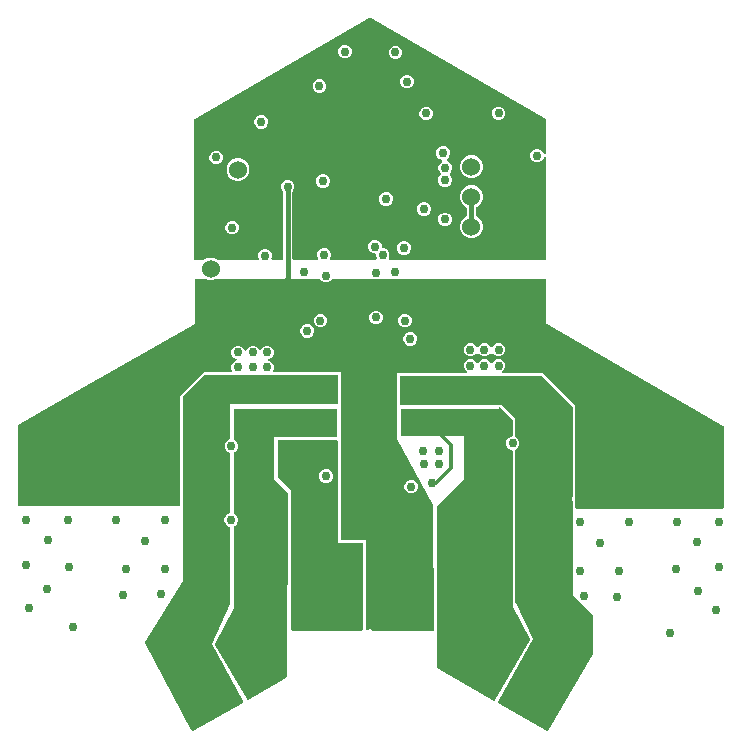
<source format=gbr>
G04 EAGLE Gerber RS-274X export*
G75*
%MOMM*%
%FSLAX34Y34*%
%LPD*%
%INCopper Layer 15*%
%IPPOS*%
%AMOC8*
5,1,8,0,0,1.08239X$1,22.5*%
G01*
%ADD10C,1.530000*%
%ADD11C,1.524000*%
%ADD12C,1.981200*%
%ADD13C,0.756400*%
%ADD14C,0.406400*%
%ADD15C,0.304800*%

G36*
X53103Y-861D02*
X53103Y-861D01*
X53126Y-863D01*
X53223Y-841D01*
X53322Y-825D01*
X53343Y-814D01*
X53365Y-809D01*
X53451Y-756D01*
X53540Y-710D01*
X53556Y-693D01*
X53575Y-681D01*
X53640Y-604D01*
X53709Y-531D01*
X53719Y-510D01*
X53734Y-492D01*
X53770Y-399D01*
X53813Y-308D01*
X53815Y-285D01*
X53824Y-264D01*
X53841Y-97D01*
X52933Y105174D01*
X52916Y105272D01*
X52906Y105371D01*
X52895Y105399D01*
X52891Y105417D01*
X52876Y105446D01*
X52843Y105527D01*
X22986Y161322D01*
X22986Y217520D01*
X81188Y217520D01*
X81258Y217532D01*
X81330Y217533D01*
X81379Y217551D01*
X81430Y217560D01*
X81494Y217593D01*
X81561Y217618D01*
X81602Y217650D01*
X81648Y217675D01*
X81697Y217727D01*
X81753Y217772D01*
X81781Y217815D01*
X81817Y217853D01*
X81847Y217918D01*
X81886Y217979D01*
X81899Y218029D01*
X81921Y218076D01*
X81929Y218148D01*
X81946Y218217D01*
X81942Y218269D01*
X81948Y218321D01*
X81933Y218391D01*
X81927Y218462D01*
X81907Y218510D01*
X81896Y218561D01*
X81859Y218623D01*
X81831Y218689D01*
X81786Y218745D01*
X81769Y218772D01*
X81752Y218787D01*
X81726Y218820D01*
X80002Y220544D01*
X79117Y222681D01*
X79117Y224994D01*
X80002Y227131D01*
X81637Y228767D01*
X83775Y229652D01*
X86088Y229652D01*
X88225Y228767D01*
X89861Y227131D01*
X90181Y226358D01*
X90219Y226297D01*
X90248Y226232D01*
X90283Y226193D01*
X90311Y226149D01*
X90366Y226103D01*
X90414Y226050D01*
X90460Y226025D01*
X90500Y225992D01*
X90567Y225966D01*
X90630Y225932D01*
X90681Y225923D01*
X90730Y225904D01*
X90801Y225901D01*
X90872Y225888D01*
X90923Y225896D01*
X90975Y225893D01*
X91044Y225913D01*
X91115Y225924D01*
X91162Y225948D01*
X91212Y225962D01*
X91271Y226003D01*
X91335Y226035D01*
X91371Y226073D01*
X91414Y226102D01*
X91457Y226160D01*
X91507Y226211D01*
X91541Y226274D01*
X91561Y226300D01*
X91568Y226322D01*
X91588Y226358D01*
X91908Y227131D01*
X93544Y228767D01*
X95681Y229652D01*
X97994Y229652D01*
X100131Y228767D01*
X101767Y227131D01*
X102087Y226358D01*
X102125Y226297D01*
X102154Y226232D01*
X102189Y226193D01*
X102217Y226149D01*
X102272Y226103D01*
X102321Y226050D01*
X102366Y226025D01*
X102406Y225992D01*
X102473Y225966D01*
X102536Y225932D01*
X102587Y225923D01*
X102636Y225904D01*
X102708Y225901D01*
X102778Y225888D01*
X102830Y225896D01*
X102882Y225893D01*
X102951Y225913D01*
X103022Y225924D01*
X103068Y225948D01*
X103118Y225962D01*
X103177Y226003D01*
X103241Y226035D01*
X103277Y226073D01*
X103320Y226102D01*
X103363Y226160D01*
X103413Y226211D01*
X103448Y226274D01*
X103467Y226300D01*
X103474Y226322D01*
X103494Y226358D01*
X103814Y227131D01*
X105450Y228767D01*
X107587Y229652D01*
X109900Y229652D01*
X112038Y228767D01*
X113673Y227131D01*
X114558Y224994D01*
X114558Y222681D01*
X113673Y220544D01*
X111949Y218820D01*
X111907Y218761D01*
X111858Y218709D01*
X111836Y218662D01*
X111806Y218620D01*
X111784Y218551D01*
X111754Y218486D01*
X111749Y218435D01*
X111733Y218385D01*
X111735Y218313D01*
X111727Y218242D01*
X111738Y218191D01*
X111740Y218139D01*
X111764Y218072D01*
X111779Y218001D01*
X111806Y217957D01*
X111824Y217908D01*
X111869Y217852D01*
X111906Y217790D01*
X111945Y217756D01*
X111978Y217716D01*
X112038Y217677D01*
X112092Y217630D01*
X112141Y217611D01*
X112185Y217583D01*
X112254Y217565D01*
X112321Y217538D01*
X112392Y217531D01*
X112423Y217523D01*
X112446Y217525D01*
X112487Y217520D01*
X146528Y217520D01*
X173864Y190185D01*
X173864Y103188D01*
X173867Y103168D01*
X173865Y103148D01*
X173887Y103047D01*
X173904Y102945D01*
X173913Y102927D01*
X173917Y102908D01*
X173970Y102819D01*
X174019Y102727D01*
X174033Y102714D01*
X174043Y102697D01*
X174122Y102629D01*
X174197Y102558D01*
X174215Y102550D01*
X174230Y102537D01*
X174326Y102498D01*
X174420Y102454D01*
X174440Y102452D01*
X174458Y102445D01*
X174625Y102426D01*
X298503Y102426D01*
X298522Y102429D01*
X298542Y102427D01*
X298643Y102449D01*
X298746Y102466D01*
X298763Y102475D01*
X298783Y102480D01*
X298872Y102533D01*
X298963Y102581D01*
X298977Y102596D01*
X298994Y102606D01*
X299061Y102684D01*
X299132Y102759D01*
X299141Y102777D01*
X299154Y102793D01*
X299192Y102889D01*
X299236Y102983D01*
X299238Y103002D01*
X299246Y103021D01*
X299264Y103188D01*
X299264Y172243D01*
X299253Y172310D01*
X299252Y172378D01*
X299233Y172431D01*
X299224Y172486D01*
X299193Y172546D01*
X299170Y172610D01*
X299135Y172654D01*
X299109Y172704D01*
X299060Y172750D01*
X299019Y172803D01*
X298955Y172850D01*
X298931Y172873D01*
X298912Y172882D01*
X298883Y172903D01*
X149993Y258862D01*
X149886Y258903D01*
X149779Y258946D01*
X149769Y258947D01*
X149763Y258949D01*
X149741Y258950D01*
X149718Y258952D01*
X149626Y259044D01*
X149613Y259053D01*
X149604Y259066D01*
X149468Y259165D01*
X149348Y259234D01*
X149348Y259235D01*
X149303Y259341D01*
X149296Y259349D01*
X149294Y259355D01*
X149279Y259372D01*
X149264Y259390D01*
X149264Y259519D01*
X149261Y259535D01*
X149263Y259550D01*
X149238Y259716D01*
X149202Y259850D01*
X149202Y259851D01*
X149246Y259958D01*
X149247Y259968D01*
X149249Y259974D01*
X149250Y259997D01*
X149264Y260125D01*
X149264Y296069D01*
X149261Y296088D01*
X149263Y296108D01*
X149241Y296209D01*
X149224Y296312D01*
X149215Y296329D01*
X149211Y296349D01*
X149158Y296438D01*
X149109Y296529D01*
X149095Y296543D01*
X149085Y296560D01*
X149006Y296627D01*
X148931Y296698D01*
X148913Y296707D01*
X148898Y296720D01*
X148801Y296758D01*
X148708Y296802D01*
X148688Y296804D01*
X148669Y296812D01*
X148503Y296830D01*
X-31975Y296830D01*
X-32065Y296815D01*
X-32156Y296808D01*
X-32186Y296796D01*
X-32218Y296790D01*
X-32299Y296748D01*
X-32382Y296712D01*
X-32415Y296686D01*
X-32435Y296675D01*
X-32457Y296652D01*
X-32513Y296607D01*
X-34012Y295108D01*
X-36150Y294223D01*
X-38463Y294223D01*
X-40600Y295108D01*
X-42099Y296607D01*
X-42173Y296660D01*
X-42242Y296720D01*
X-42273Y296732D01*
X-42299Y296751D01*
X-42386Y296777D01*
X-42471Y296812D01*
X-42512Y296816D01*
X-42534Y296823D01*
X-42566Y296822D01*
X-42637Y296830D01*
X-130641Y296830D01*
X-130706Y296819D01*
X-130772Y296819D01*
X-130852Y296796D01*
X-130884Y296790D01*
X-130901Y296781D01*
X-130933Y296772D01*
X-133012Y295911D01*
X-136863Y295911D01*
X-138942Y296772D01*
X-139006Y296787D01*
X-139067Y296812D01*
X-139150Y296821D01*
X-139182Y296828D01*
X-139201Y296826D01*
X-139234Y296830D01*
X-147638Y296830D01*
X-147657Y296827D01*
X-147677Y296829D01*
X-147778Y296807D01*
X-147880Y296790D01*
X-147898Y296781D01*
X-147917Y296777D01*
X-148006Y296724D01*
X-148098Y296675D01*
X-148111Y296661D01*
X-148128Y296651D01*
X-148196Y296572D01*
X-148267Y296497D01*
X-148275Y296479D01*
X-148288Y296464D01*
X-148327Y296367D01*
X-148371Y296274D01*
X-148373Y296254D01*
X-148380Y296235D01*
X-148399Y296069D01*
X-148399Y259204D01*
X-242666Y205337D01*
X-242667Y205336D01*
X-242669Y205336D01*
X-298037Y173370D01*
X-298089Y173327D01*
X-298147Y173292D01*
X-298184Y173250D01*
X-298227Y173214D01*
X-298263Y173157D01*
X-298307Y173105D01*
X-298328Y173053D01*
X-298358Y173006D01*
X-298374Y172940D01*
X-298376Y172934D01*
X-298389Y172906D01*
X-298390Y172900D01*
X-298399Y172877D01*
X-298408Y172799D01*
X-298415Y172767D01*
X-298414Y172746D01*
X-298418Y172711D01*
X-298418Y105569D01*
X-298414Y105549D01*
X-298416Y105529D01*
X-298394Y105428D01*
X-298378Y105326D01*
X-298368Y105308D01*
X-298364Y105289D01*
X-298311Y105200D01*
X-298263Y105109D01*
X-298248Y105095D01*
X-298238Y105078D01*
X-298159Y105010D01*
X-298084Y104939D01*
X-298066Y104931D01*
X-298051Y104918D01*
X-297955Y104879D01*
X-297861Y104836D01*
X-297842Y104833D01*
X-297823Y104826D01*
X-297656Y104808D01*
X-161925Y104808D01*
X-161905Y104811D01*
X-161886Y104809D01*
X-161784Y104831D01*
X-161682Y104847D01*
X-161665Y104857D01*
X-161645Y104861D01*
X-161556Y104914D01*
X-161465Y104962D01*
X-161451Y104977D01*
X-161434Y104987D01*
X-161367Y105066D01*
X-161296Y105141D01*
X-161287Y105159D01*
X-161274Y105174D01*
X-161235Y105270D01*
X-161192Y105364D01*
X-161190Y105384D01*
X-161182Y105402D01*
X-161164Y105569D01*
X-161164Y198122D01*
X-140972Y218314D01*
X-117721Y218314D01*
X-117676Y218321D01*
X-117630Y218319D01*
X-117555Y218341D01*
X-117479Y218354D01*
X-117438Y218375D01*
X-117394Y218388D01*
X-117330Y218432D01*
X-117261Y218469D01*
X-117230Y218502D01*
X-117192Y218528D01*
X-117145Y218591D01*
X-117092Y218647D01*
X-117073Y218689D01*
X-117045Y218725D01*
X-117021Y218799D01*
X-116988Y218870D01*
X-116983Y218916D01*
X-116969Y218959D01*
X-116970Y219037D01*
X-116961Y219114D01*
X-116971Y219159D01*
X-116971Y219205D01*
X-117009Y219337D01*
X-117013Y219355D01*
X-117016Y219359D01*
X-117018Y219366D01*
X-117733Y221093D01*
X-117733Y223407D01*
X-116848Y225544D01*
X-115213Y227179D01*
X-113481Y227897D01*
X-113420Y227935D01*
X-113355Y227964D01*
X-113316Y227999D01*
X-113272Y228026D01*
X-113226Y228082D01*
X-113173Y228130D01*
X-113148Y228176D01*
X-113115Y228216D01*
X-113089Y228283D01*
X-113055Y228346D01*
X-113046Y228397D01*
X-113027Y228445D01*
X-113024Y228517D01*
X-113011Y228588D01*
X-113019Y228639D01*
X-113017Y228691D01*
X-113037Y228760D01*
X-113047Y228831D01*
X-113071Y228877D01*
X-113085Y228927D01*
X-113126Y228986D01*
X-113158Y229050D01*
X-113196Y229087D01*
X-113225Y229129D01*
X-113283Y229172D01*
X-113334Y229222D01*
X-113397Y229257D01*
X-113423Y229276D01*
X-113445Y229283D01*
X-113481Y229303D01*
X-115213Y230021D01*
X-116848Y231656D01*
X-117733Y233793D01*
X-117733Y236107D01*
X-116848Y238244D01*
X-115213Y239879D01*
X-113075Y240765D01*
X-110762Y240765D01*
X-108625Y239879D01*
X-106989Y238244D01*
X-106272Y236512D01*
X-106234Y236451D01*
X-106205Y236386D01*
X-106170Y236348D01*
X-106142Y236303D01*
X-106087Y236257D01*
X-106039Y236205D01*
X-105993Y236180D01*
X-105953Y236146D01*
X-105886Y236121D01*
X-105823Y236086D01*
X-105772Y236077D01*
X-105723Y236058D01*
X-105652Y236055D01*
X-105581Y236042D01*
X-105530Y236050D01*
X-105478Y236048D01*
X-105409Y236068D01*
X-105338Y236078D01*
X-105291Y236102D01*
X-105241Y236116D01*
X-105183Y236157D01*
X-105119Y236190D01*
X-105082Y236227D01*
X-105039Y236257D01*
X-104997Y236314D01*
X-104946Y236365D01*
X-104912Y236428D01*
X-104893Y236454D01*
X-104885Y236476D01*
X-104865Y236512D01*
X-104148Y238244D01*
X-102513Y239879D01*
X-100375Y240765D01*
X-98062Y240765D01*
X-95925Y239879D01*
X-94289Y238244D01*
X-93969Y237470D01*
X-93931Y237410D01*
X-93902Y237344D01*
X-93867Y237306D01*
X-93839Y237261D01*
X-93784Y237216D01*
X-93736Y237163D01*
X-93690Y237138D01*
X-93650Y237105D01*
X-93583Y237079D01*
X-93520Y237044D01*
X-93469Y237035D01*
X-93420Y237016D01*
X-93349Y237013D01*
X-93278Y237001D01*
X-93226Y237008D01*
X-93174Y237006D01*
X-93106Y237026D01*
X-93035Y237036D01*
X-92988Y237060D01*
X-92938Y237075D01*
X-92879Y237115D01*
X-92815Y237148D01*
X-92779Y237185D01*
X-92736Y237215D01*
X-92693Y237272D01*
X-92643Y237324D01*
X-92609Y237386D01*
X-92589Y237412D01*
X-92582Y237434D01*
X-92562Y237470D01*
X-92242Y238244D01*
X-90606Y239879D01*
X-88469Y240765D01*
X-86156Y240765D01*
X-84019Y239879D01*
X-82383Y238244D01*
X-81498Y236107D01*
X-81498Y233793D01*
X-82383Y231656D01*
X-84019Y230021D01*
X-85750Y229303D01*
X-85811Y229265D01*
X-85877Y229236D01*
X-85915Y229201D01*
X-85959Y229174D01*
X-86005Y229118D01*
X-86058Y229070D01*
X-86083Y229024D01*
X-86116Y228984D01*
X-86142Y228917D01*
X-86176Y228854D01*
X-86186Y228803D01*
X-86204Y228755D01*
X-86207Y228683D01*
X-86220Y228612D01*
X-86212Y228561D01*
X-86215Y228509D01*
X-86195Y228440D01*
X-86184Y228369D01*
X-86161Y228323D01*
X-86146Y228273D01*
X-86105Y228214D01*
X-86073Y228150D01*
X-86036Y228113D01*
X-86006Y228071D01*
X-85948Y228028D01*
X-85897Y227978D01*
X-85834Y227943D01*
X-85809Y227924D01*
X-85786Y227917D01*
X-85750Y227897D01*
X-84019Y227179D01*
X-82383Y225544D01*
X-81498Y223407D01*
X-81498Y221093D01*
X-82213Y219366D01*
X-82224Y219322D01*
X-82243Y219280D01*
X-82252Y219203D01*
X-82269Y219127D01*
X-82265Y219081D01*
X-82270Y219036D01*
X-82254Y218959D01*
X-82246Y218882D01*
X-82228Y218840D01*
X-82218Y218795D01*
X-82178Y218728D01*
X-82146Y218657D01*
X-82115Y218623D01*
X-82092Y218584D01*
X-82033Y218534D01*
X-81980Y218476D01*
X-81940Y218454D01*
X-81905Y218424D01*
X-81832Y218395D01*
X-81764Y218358D01*
X-81719Y218349D01*
X-81677Y218332D01*
X-81541Y218317D01*
X-81522Y218314D01*
X-81517Y218315D01*
X-81510Y218314D01*
X-24574Y218314D01*
X-24574Y76994D01*
X-24571Y76974D01*
X-24573Y76954D01*
X-24551Y76853D01*
X-24534Y76751D01*
X-24525Y76733D01*
X-24520Y76714D01*
X-24467Y76625D01*
X-24419Y76534D01*
X-24405Y76520D01*
X-24394Y76503D01*
X-24316Y76435D01*
X-24241Y76364D01*
X-24223Y76356D01*
X-24207Y76343D01*
X-24111Y76304D01*
X-24018Y76261D01*
X-23998Y76258D01*
X-23979Y76251D01*
X-23813Y76233D01*
X-3143Y76233D01*
X-3143Y284D01*
X-3127Y190D01*
X-3119Y95D01*
X-3107Y69D01*
X-3103Y41D01*
X-3058Y-43D01*
X-3020Y-131D01*
X-3001Y-152D01*
X-2988Y-177D01*
X-2919Y-242D01*
X-2854Y-313D01*
X-2830Y-326D01*
X-2809Y-346D01*
X-2723Y-386D01*
X-2640Y-432D01*
X-2612Y-438D01*
X-2586Y-450D01*
X-2492Y-460D01*
X-2398Y-477D01*
X-2370Y-473D01*
X-2342Y-477D01*
X-2249Y-456D01*
X-2154Y-443D01*
X-2122Y-429D01*
X-2101Y-424D01*
X-2073Y-407D01*
X-2001Y-376D01*
X-710Y369D01*
X-621Y442D01*
X-531Y513D01*
X-525Y521D01*
X-520Y525D01*
X-508Y544D01*
X-495Y563D01*
X-369Y596D01*
X-355Y603D01*
X-339Y605D01*
X-186Y672D01*
X-65Y742D01*
X-64Y741D01*
X50Y728D01*
X60Y729D01*
X66Y728D01*
X88Y733D01*
X111Y737D01*
X223Y672D01*
X238Y667D01*
X251Y657D01*
X407Y596D01*
X541Y560D01*
X542Y559D01*
X613Y469D01*
X621Y463D01*
X625Y458D01*
X644Y446D01*
X748Y369D01*
X2708Y-762D01*
X2815Y-803D01*
X2922Y-846D01*
X2932Y-847D01*
X2938Y-849D01*
X2960Y-850D01*
X3089Y-864D01*
X53080Y-864D01*
X53103Y-861D01*
G37*
G36*
X-141596Y313068D02*
X-141596Y313068D01*
X-141497Y313071D01*
X-141439Y313088D01*
X-141379Y313096D01*
X-141287Y313132D01*
X-141192Y313160D01*
X-141140Y313190D01*
X-141083Y313213D01*
X-141003Y313271D01*
X-140918Y313321D01*
X-140843Y313387D01*
X-140826Y313399D01*
X-140818Y313409D01*
X-140797Y313428D01*
X-140422Y313802D01*
X-136864Y315276D01*
X-133011Y315276D01*
X-129453Y313802D01*
X-129078Y313428D01*
X-129000Y313367D01*
X-128927Y313299D01*
X-128874Y313270D01*
X-128827Y313233D01*
X-128736Y313193D01*
X-128649Y313145D01*
X-128590Y313130D01*
X-128535Y313106D01*
X-128437Y313091D01*
X-128341Y313066D01*
X-128241Y313060D01*
X-128221Y313056D01*
X-128208Y313058D01*
X-128180Y313056D01*
X-95516Y313056D01*
X-95467Y313062D01*
X-95417Y313060D01*
X-95310Y313082D01*
X-95201Y313096D01*
X-95155Y313114D01*
X-95106Y313124D01*
X-95007Y313172D01*
X-94905Y313213D01*
X-94865Y313242D01*
X-94820Y313264D01*
X-94737Y313335D01*
X-94648Y313399D01*
X-94616Y313438D01*
X-94578Y313470D01*
X-94515Y313560D01*
X-94445Y313644D01*
X-94424Y313689D01*
X-94395Y313730D01*
X-94356Y313833D01*
X-94310Y313932D01*
X-94300Y313981D01*
X-94283Y314027D01*
X-94270Y314137D01*
X-94250Y314245D01*
X-94253Y314294D01*
X-94247Y314343D01*
X-94263Y314452D01*
X-94269Y314562D01*
X-94285Y314609D01*
X-94292Y314658D01*
X-94344Y314811D01*
X-94731Y315744D01*
X-94731Y318058D01*
X-93845Y320195D01*
X-92210Y321831D01*
X-90072Y322716D01*
X-87759Y322716D01*
X-85622Y321831D01*
X-83986Y320195D01*
X-83101Y318058D01*
X-83101Y315744D01*
X-83488Y314811D01*
X-83501Y314763D01*
X-83522Y314718D01*
X-83543Y314610D01*
X-83572Y314504D01*
X-83572Y314454D01*
X-83582Y314406D01*
X-83575Y314296D01*
X-83577Y314186D01*
X-83565Y314138D01*
X-83562Y314088D01*
X-83528Y313984D01*
X-83503Y313877D01*
X-83479Y313833D01*
X-83464Y313786D01*
X-83405Y313693D01*
X-83354Y313596D01*
X-83320Y313559D01*
X-83294Y313517D01*
X-83214Y313442D01*
X-83140Y313360D01*
X-83098Y313333D01*
X-83062Y313299D01*
X-82966Y313246D01*
X-82874Y313186D01*
X-82827Y313169D01*
X-82784Y313145D01*
X-82677Y313118D01*
X-82573Y313082D01*
X-82524Y313078D01*
X-82476Y313066D01*
X-82315Y313056D01*
X-75184Y313056D01*
X-75066Y313071D01*
X-74947Y313078D01*
X-74909Y313091D01*
X-74868Y313096D01*
X-74758Y313139D01*
X-74645Y313176D01*
X-74610Y313198D01*
X-74573Y313213D01*
X-74477Y313283D01*
X-74376Y313346D01*
X-74348Y313376D01*
X-74315Y313399D01*
X-74239Y313491D01*
X-74158Y313578D01*
X-74138Y313613D01*
X-74113Y313644D01*
X-74062Y313752D01*
X-74004Y313856D01*
X-73994Y313896D01*
X-73977Y313932D01*
X-73955Y314049D01*
X-73925Y314164D01*
X-73921Y314225D01*
X-73917Y314245D01*
X-73919Y314265D01*
X-73915Y314325D01*
X-73915Y370759D01*
X-73927Y370858D01*
X-73930Y370957D01*
X-73947Y371015D01*
X-73955Y371075D01*
X-73991Y371167D01*
X-74019Y371262D01*
X-74049Y371314D01*
X-74072Y371371D01*
X-74130Y371451D01*
X-74180Y371536D01*
X-74246Y371612D01*
X-74258Y371628D01*
X-74268Y371636D01*
X-74286Y371657D01*
X-74780Y372150D01*
X-75665Y374287D01*
X-75665Y376600D01*
X-74780Y378738D01*
X-73144Y380373D01*
X-71007Y381258D01*
X-68693Y381258D01*
X-66556Y380373D01*
X-64920Y378738D01*
X-64035Y376600D01*
X-64035Y374287D01*
X-64920Y372150D01*
X-65414Y371657D01*
X-65474Y371579D01*
X-65542Y371507D01*
X-65571Y371454D01*
X-65608Y371406D01*
X-65648Y371315D01*
X-65696Y371228D01*
X-65711Y371170D01*
X-65735Y371114D01*
X-65750Y371016D01*
X-65775Y370920D01*
X-65781Y370820D01*
X-65785Y370800D01*
X-65783Y370787D01*
X-65785Y370759D01*
X-65785Y314325D01*
X-65770Y314207D01*
X-65763Y314088D01*
X-65750Y314050D01*
X-65745Y314009D01*
X-65702Y313899D01*
X-65665Y313786D01*
X-65643Y313751D01*
X-65628Y313714D01*
X-65559Y313618D01*
X-65495Y313517D01*
X-65465Y313489D01*
X-65442Y313456D01*
X-65350Y313381D01*
X-65263Y313299D01*
X-65228Y313279D01*
X-65197Y313254D01*
X-65089Y313203D01*
X-64985Y313145D01*
X-64945Y313135D01*
X-64909Y313118D01*
X-64792Y313096D01*
X-64677Y313066D01*
X-64617Y313062D01*
X-64597Y313058D01*
X-64576Y313060D01*
X-64516Y313056D01*
X-45246Y313056D01*
X-45197Y313062D01*
X-45147Y313060D01*
X-45040Y313082D01*
X-44931Y313096D01*
X-44884Y313114D01*
X-44836Y313124D01*
X-44737Y313172D01*
X-44635Y313213D01*
X-44595Y313242D01*
X-44550Y313264D01*
X-44467Y313335D01*
X-44378Y313399D01*
X-44346Y313438D01*
X-44308Y313470D01*
X-44245Y313560D01*
X-44175Y313644D01*
X-44154Y313689D01*
X-44125Y313730D01*
X-44086Y313833D01*
X-44039Y313932D01*
X-44030Y313981D01*
X-44012Y314027D01*
X-44000Y314137D01*
X-43980Y314245D01*
X-43983Y314294D01*
X-43977Y314343D01*
X-43993Y314452D01*
X-43999Y314562D01*
X-44015Y314609D01*
X-44022Y314658D01*
X-44074Y314811D01*
X-44708Y316343D01*
X-44708Y318657D01*
X-43823Y320794D01*
X-42188Y322430D01*
X-40050Y323315D01*
X-37737Y323315D01*
X-35600Y322430D01*
X-33964Y320794D01*
X-33079Y318657D01*
X-33079Y316343D01*
X-33714Y314811D01*
X-33727Y314763D01*
X-33748Y314718D01*
X-33769Y314610D01*
X-33798Y314504D01*
X-33799Y314454D01*
X-33808Y314406D01*
X-33801Y314296D01*
X-33803Y314186D01*
X-33791Y314138D01*
X-33788Y314088D01*
X-33754Y313984D01*
X-33729Y313877D01*
X-33705Y313833D01*
X-33690Y313786D01*
X-33631Y313693D01*
X-33580Y313596D01*
X-33547Y313559D01*
X-33520Y313517D01*
X-33440Y313442D01*
X-33366Y313360D01*
X-33325Y313333D01*
X-33288Y313299D01*
X-33192Y313246D01*
X-33100Y313186D01*
X-33053Y313169D01*
X-33010Y313145D01*
X-32904Y313118D01*
X-32800Y313082D01*
X-32750Y313078D01*
X-32702Y313066D01*
X-32541Y313056D01*
X4318Y313056D01*
X4367Y313062D01*
X4417Y313060D01*
X4524Y313082D01*
X4634Y313096D01*
X4680Y313114D01*
X4728Y313124D01*
X4827Y313172D01*
X4929Y313213D01*
X4969Y313242D01*
X5014Y313264D01*
X5098Y313335D01*
X5187Y313399D01*
X5218Y313438D01*
X5256Y313470D01*
X5319Y313560D01*
X5389Y313644D01*
X5411Y313689D01*
X5439Y313730D01*
X5478Y313833D01*
X5525Y313932D01*
X5534Y313981D01*
X5552Y314027D01*
X5564Y314137D01*
X5585Y314245D01*
X5582Y314294D01*
X5587Y314343D01*
X5572Y314452D01*
X5565Y314562D01*
X5550Y314609D01*
X5543Y314658D01*
X5491Y314811D01*
X4775Y316538D01*
X4775Y317560D01*
X4760Y317678D01*
X4753Y317797D01*
X4741Y317835D01*
X4735Y317875D01*
X4692Y317986D01*
X4655Y318099D01*
X4633Y318133D01*
X4618Y318171D01*
X4549Y318267D01*
X4485Y318368D01*
X4455Y318396D01*
X4432Y318428D01*
X4340Y318504D01*
X4253Y318586D01*
X4218Y318605D01*
X4187Y318631D01*
X4079Y318682D01*
X3975Y318739D01*
X3935Y318749D01*
X3899Y318767D01*
X3782Y318789D01*
X3667Y318819D01*
X3607Y318823D01*
X3587Y318826D01*
X3566Y318825D01*
X3506Y318829D01*
X2812Y318829D01*
X675Y319714D01*
X-961Y321350D01*
X-1846Y323487D01*
X-1846Y325800D01*
X-961Y327938D01*
X675Y329573D01*
X2812Y330458D01*
X5125Y330458D01*
X7263Y329573D01*
X8898Y327938D01*
X9783Y325800D01*
X9783Y324778D01*
X9798Y324660D01*
X9806Y324541D01*
X9818Y324503D01*
X9823Y324463D01*
X9867Y324352D01*
X9904Y324239D01*
X9925Y324205D01*
X9940Y324167D01*
X10010Y324071D01*
X10074Y323970D01*
X10103Y323942D01*
X10127Y323910D01*
X10219Y323834D01*
X10306Y323752D01*
X10341Y323733D01*
X10372Y323707D01*
X10480Y323656D01*
X10584Y323599D01*
X10623Y323589D01*
X10660Y323571D01*
X10777Y323549D01*
X10892Y323519D01*
X10952Y323515D01*
X10972Y323512D01*
X10993Y323513D01*
X11053Y323509D01*
X11747Y323509D01*
X13884Y322624D01*
X15520Y320988D01*
X16405Y318851D01*
X16405Y316538D01*
X15689Y314811D01*
X15676Y314763D01*
X15655Y314718D01*
X15635Y314610D01*
X15606Y314504D01*
X15605Y314454D01*
X15595Y314406D01*
X15602Y314296D01*
X15600Y314186D01*
X15612Y314138D01*
X15615Y314088D01*
X15649Y313984D01*
X15675Y313877D01*
X15698Y313833D01*
X15713Y313786D01*
X15772Y313693D01*
X15823Y313596D01*
X15857Y313559D01*
X15883Y313517D01*
X15963Y313442D01*
X16037Y313360D01*
X16079Y313333D01*
X16115Y313299D01*
X16211Y313246D01*
X16303Y313186D01*
X16350Y313169D01*
X16393Y313145D01*
X16500Y313118D01*
X16604Y313082D01*
X16653Y313078D01*
X16701Y313066D01*
X16862Y313056D01*
X147995Y313056D01*
X148113Y313071D01*
X148232Y313078D01*
X148270Y313091D01*
X148310Y313096D01*
X148421Y313139D01*
X148534Y313176D01*
X148568Y313198D01*
X148606Y313213D01*
X148702Y313283D01*
X148803Y313346D01*
X148831Y313376D01*
X148863Y313399D01*
X148939Y313491D01*
X149021Y313578D01*
X149040Y313613D01*
X149066Y313644D01*
X149117Y313752D01*
X149174Y313856D01*
X149184Y313896D01*
X149202Y313932D01*
X149224Y314049D01*
X149254Y314164D01*
X149258Y314225D01*
X149261Y314245D01*
X149260Y314265D01*
X149264Y314325D01*
X149264Y399319D01*
X149255Y399388D01*
X149256Y399458D01*
X149235Y399545D01*
X149224Y399634D01*
X149198Y399699D01*
X149182Y399767D01*
X149140Y399847D01*
X149107Y399930D01*
X149066Y399987D01*
X149034Y400048D01*
X148973Y400115D01*
X148920Y400188D01*
X148867Y400232D01*
X148820Y400284D01*
X148745Y400333D01*
X148675Y400390D01*
X148612Y400420D01*
X148554Y400458D01*
X148469Y400488D01*
X148388Y400526D01*
X148319Y400539D01*
X148253Y400562D01*
X148163Y400569D01*
X148075Y400586D01*
X148006Y400581D01*
X147936Y400587D01*
X147848Y400571D01*
X147758Y400566D01*
X147692Y400544D01*
X147623Y400532D01*
X147541Y400496D01*
X147455Y400468D01*
X147396Y400431D01*
X147333Y400402D01*
X147263Y400346D01*
X147187Y400298D01*
X147139Y400247D01*
X147084Y400203D01*
X147030Y400131D01*
X146969Y400066D01*
X146935Y400005D01*
X146893Y399949D01*
X146822Y399805D01*
X146217Y398344D01*
X144581Y396708D01*
X142444Y395823D01*
X140131Y395823D01*
X137994Y396708D01*
X136358Y398344D01*
X135473Y400481D01*
X135473Y402794D01*
X136358Y404931D01*
X137994Y406567D01*
X140131Y407452D01*
X142444Y407452D01*
X144581Y406567D01*
X146217Y404931D01*
X146822Y403470D01*
X146857Y403410D01*
X146882Y403345D01*
X146935Y403272D01*
X146980Y403194D01*
X147028Y403144D01*
X147069Y403087D01*
X147138Y403030D01*
X147201Y402966D01*
X147260Y402929D01*
X147314Y402885D01*
X147396Y402846D01*
X147472Y402799D01*
X147539Y402779D01*
X147602Y402749D01*
X147690Y402732D01*
X147776Y402706D01*
X147846Y402702D01*
X147914Y402689D01*
X148004Y402695D01*
X148094Y402691D01*
X148162Y402705D01*
X148232Y402709D01*
X148317Y402737D01*
X148405Y402755D01*
X148468Y402786D01*
X148534Y402807D01*
X148610Y402855D01*
X148691Y402895D01*
X148744Y402940D01*
X148803Y402977D01*
X148864Y403043D01*
X148933Y403101D01*
X148973Y403158D01*
X149021Y403209D01*
X149064Y403288D01*
X149116Y403361D01*
X149141Y403426D01*
X149174Y403487D01*
X149197Y403574D01*
X149229Y403658D01*
X149236Y403728D01*
X149254Y403795D01*
X149264Y403956D01*
X149264Y431750D01*
X149251Y431855D01*
X149246Y431961D01*
X149231Y432012D01*
X149224Y432066D01*
X149185Y432164D01*
X149155Y432265D01*
X149127Y432311D01*
X149107Y432361D01*
X149045Y432447D01*
X148990Y432537D01*
X148952Y432575D01*
X148920Y432619D01*
X148839Y432686D01*
X148763Y432760D01*
X148692Y432808D01*
X148675Y432822D01*
X148661Y432828D01*
X148629Y432849D01*
X661Y518276D01*
X564Y518317D01*
X470Y518366D01*
X418Y518379D01*
X368Y518400D01*
X264Y518415D01*
X161Y518439D01*
X107Y518438D01*
X54Y518446D01*
X-52Y518435D01*
X-157Y518433D01*
X-209Y518418D01*
X-263Y518413D01*
X-362Y518376D01*
X-464Y518348D01*
X-540Y518310D01*
X-561Y518302D01*
X-574Y518293D01*
X-608Y518276D01*
X-148584Y432845D01*
X-148668Y432781D01*
X-148757Y432724D01*
X-148794Y432685D01*
X-148837Y432653D01*
X-148903Y432570D01*
X-148975Y432493D01*
X-149001Y432446D01*
X-149035Y432403D01*
X-149078Y432307D01*
X-149129Y432214D01*
X-149142Y432162D01*
X-149164Y432113D01*
X-149182Y432008D01*
X-149208Y431906D01*
X-149214Y431821D01*
X-149217Y431799D01*
X-149216Y431784D01*
X-149219Y431746D01*
X-149219Y314325D01*
X-149204Y314207D01*
X-149196Y314088D01*
X-149184Y314050D01*
X-149179Y314009D01*
X-149135Y313899D01*
X-149098Y313786D01*
X-149077Y313751D01*
X-149062Y313714D01*
X-148992Y313618D01*
X-148928Y313517D01*
X-148899Y313489D01*
X-148875Y313456D01*
X-148783Y313381D01*
X-148696Y313299D01*
X-148661Y313279D01*
X-148630Y313254D01*
X-148522Y313203D01*
X-148418Y313145D01*
X-148379Y313135D01*
X-148342Y313118D01*
X-148225Y313096D01*
X-148110Y313066D01*
X-148050Y313062D01*
X-148030Y313058D01*
X-148009Y313060D01*
X-147949Y313056D01*
X-141695Y313056D01*
X-141596Y313068D01*
G37*
G36*
X150056Y-85684D02*
X150056Y-85684D01*
X150114Y-85686D01*
X150132Y-85681D01*
X150149Y-85681D01*
X150194Y-85665D01*
X150242Y-85658D01*
X150318Y-85626D01*
X150350Y-85616D01*
X150365Y-85606D01*
X150381Y-85600D01*
X150387Y-85596D01*
X150396Y-85592D01*
X150397Y-85591D01*
X150473Y-85530D01*
X150551Y-85475D01*
X150561Y-85461D01*
X150576Y-85450D01*
X150582Y-85441D01*
X150588Y-85437D01*
X150600Y-85417D01*
X150676Y-85315D01*
X188776Y-20228D01*
X188818Y-20120D01*
X188862Y-20010D01*
X188862Y-20003D01*
X188864Y-19999D01*
X188865Y-19981D01*
X188880Y-19844D01*
X188880Y11906D01*
X188865Y11996D01*
X188858Y12087D01*
X188846Y12117D01*
X188840Y12149D01*
X188798Y12230D01*
X188762Y12314D01*
X188736Y12346D01*
X188725Y12366D01*
X188702Y12389D01*
X188657Y12445D01*
X171418Y29684D01*
X171418Y109271D01*
X171407Y109336D01*
X171406Y109402D01*
X171383Y109482D01*
X171378Y109514D01*
X171369Y109531D01*
X171360Y109563D01*
X171192Y109968D01*
X171192Y112282D01*
X171360Y112687D01*
X171374Y112751D01*
X171399Y112812D01*
X171408Y112895D01*
X171416Y112927D01*
X171414Y112946D01*
X171418Y112979D01*
X171418Y188913D01*
X171403Y189003D01*
X171396Y189094D01*
X171383Y189123D01*
X171378Y189155D01*
X171335Y189236D01*
X171299Y189320D01*
X171274Y189352D01*
X171263Y189373D01*
X171239Y189395D01*
X171195Y189451D01*
X145795Y214851D01*
X145721Y214904D01*
X145651Y214963D01*
X145621Y214976D01*
X145595Y214994D01*
X145508Y215021D01*
X145423Y215055D01*
X145382Y215060D01*
X145360Y215067D01*
X145328Y215066D01*
X145256Y215074D01*
X26194Y215074D01*
X26174Y215071D01*
X26154Y215073D01*
X26053Y215051D01*
X25951Y215034D01*
X25933Y215025D01*
X25914Y215020D01*
X25825Y214967D01*
X25734Y214919D01*
X25720Y214905D01*
X25703Y214894D01*
X25635Y214816D01*
X25564Y214741D01*
X25556Y214723D01*
X25543Y214707D01*
X25504Y214611D01*
X25461Y214518D01*
X25458Y214498D01*
X25451Y214479D01*
X25433Y214313D01*
X25433Y191294D01*
X25436Y191274D01*
X25434Y191254D01*
X25456Y191153D01*
X25472Y191051D01*
X25482Y191033D01*
X25486Y191014D01*
X25539Y190925D01*
X25587Y190834D01*
X25602Y190820D01*
X25612Y190803D01*
X25691Y190735D01*
X25766Y190664D01*
X25784Y190656D01*
X25799Y190643D01*
X25895Y190604D01*
X25989Y190561D01*
X26009Y190558D01*
X26027Y190551D01*
X26194Y190533D01*
X111603Y190533D01*
X123064Y179072D01*
X123064Y163749D01*
X123083Y163634D01*
X123100Y163518D01*
X123103Y163512D01*
X123104Y163506D01*
X123158Y163403D01*
X123211Y163298D01*
X123216Y163294D01*
X123219Y163288D01*
X123303Y163208D01*
X123387Y163126D01*
X123393Y163123D01*
X123397Y163119D01*
X123414Y163111D01*
X123534Y163045D01*
X123919Y162886D01*
X125554Y161250D01*
X126440Y159113D01*
X126440Y156800D01*
X125554Y154662D01*
X123919Y153027D01*
X123534Y152867D01*
X123435Y152806D01*
X123334Y152746D01*
X123330Y152741D01*
X123325Y152738D01*
X123251Y152648D01*
X123174Y152559D01*
X123172Y152553D01*
X123168Y152548D01*
X123126Y152440D01*
X123082Y152331D01*
X123081Y152323D01*
X123080Y152319D01*
X123079Y152300D01*
X123064Y152164D01*
X123064Y23065D01*
X123078Y22979D01*
X123084Y22891D01*
X123099Y22848D01*
X123104Y22823D01*
X123118Y22795D01*
X123140Y22733D01*
X137987Y-7834D01*
X108088Y-60731D01*
X108083Y-60746D01*
X108073Y-60760D01*
X108040Y-60862D01*
X108004Y-60962D01*
X108003Y-60978D01*
X107998Y-60994D01*
X108000Y-61101D01*
X107997Y-61208D01*
X108002Y-61224D01*
X108002Y-61240D01*
X108037Y-61341D01*
X108069Y-61443D01*
X108078Y-61456D01*
X108084Y-61472D01*
X108150Y-61556D01*
X108212Y-61643D01*
X108225Y-61653D01*
X108235Y-61666D01*
X108371Y-61765D01*
X149638Y-85590D01*
X149656Y-85597D01*
X149669Y-85607D01*
X149713Y-85621D01*
X149757Y-85646D01*
X149814Y-85657D01*
X149868Y-85677D01*
X149887Y-85678D01*
X149903Y-85683D01*
X149950Y-85682D01*
X149999Y-85692D01*
X150056Y-85684D01*
G37*
G36*
X-149942Y-85684D02*
X-149942Y-85684D01*
X-149886Y-85686D01*
X-149821Y-85667D01*
X-149754Y-85657D01*
X-149682Y-85626D01*
X-149650Y-85616D01*
X-149633Y-85604D01*
X-149601Y-85590D01*
X-107758Y-61433D01*
X-107750Y-61426D01*
X-107739Y-61422D01*
X-107655Y-61349D01*
X-107568Y-61277D01*
X-107562Y-61268D01*
X-107553Y-61260D01*
X-107497Y-61164D01*
X-107437Y-61069D01*
X-107435Y-61058D01*
X-107429Y-61048D01*
X-107406Y-60939D01*
X-107380Y-60830D01*
X-107381Y-60818D01*
X-107379Y-60807D01*
X-107392Y-60696D01*
X-107402Y-60585D01*
X-107406Y-60574D01*
X-107408Y-60563D01*
X-107472Y-60408D01*
X-134085Y-11878D01*
X-118372Y21904D01*
X-118350Y21983D01*
X-118320Y22058D01*
X-118314Y22113D01*
X-118306Y22141D01*
X-118307Y22170D01*
X-118301Y22225D01*
X-118301Y86640D01*
X-118320Y86754D01*
X-118337Y86871D01*
X-118340Y86876D01*
X-118341Y86883D01*
X-118395Y86985D01*
X-118449Y87090D01*
X-118453Y87094D01*
X-118456Y87100D01*
X-118540Y87180D01*
X-118624Y87262D01*
X-118631Y87266D01*
X-118634Y87269D01*
X-118651Y87277D01*
X-118771Y87343D01*
X-120769Y88171D01*
X-122404Y89806D01*
X-123290Y91943D01*
X-123290Y94257D01*
X-122404Y96394D01*
X-120769Y98029D01*
X-118771Y98857D01*
X-118671Y98919D01*
X-118572Y98978D01*
X-118568Y98983D01*
X-118562Y98986D01*
X-118487Y99077D01*
X-118412Y99165D01*
X-118409Y99171D01*
X-118405Y99176D01*
X-118364Y99284D01*
X-118320Y99393D01*
X-118319Y99401D01*
X-118317Y99406D01*
X-118316Y99424D01*
X-118301Y99560D01*
X-118301Y149125D01*
X-118320Y149240D01*
X-118337Y149356D01*
X-118340Y149362D01*
X-118341Y149368D01*
X-118395Y149471D01*
X-118449Y149575D01*
X-118453Y149580D01*
X-118456Y149585D01*
X-118540Y149665D01*
X-118624Y149748D01*
X-118631Y149751D01*
X-118634Y149755D01*
X-118651Y149762D01*
X-118771Y149828D01*
X-120744Y150646D01*
X-122379Y152281D01*
X-123265Y154418D01*
X-123265Y156732D01*
X-122379Y158869D01*
X-120744Y160504D01*
X-118771Y161322D01*
X-118671Y161383D01*
X-118572Y161443D01*
X-118568Y161448D01*
X-118562Y161451D01*
X-118487Y161542D01*
X-118412Y161630D01*
X-118409Y161636D01*
X-118405Y161641D01*
X-118364Y161749D01*
X-118320Y161858D01*
X-118319Y161866D01*
X-118317Y161870D01*
X-118316Y161889D01*
X-118301Y162025D01*
X-118301Y191326D01*
X-27781Y191326D01*
X-27762Y191329D01*
X-27742Y191327D01*
X-27641Y191349D01*
X-27539Y191366D01*
X-27521Y191375D01*
X-27501Y191380D01*
X-27412Y191433D01*
X-27321Y191481D01*
X-27307Y191496D01*
X-27290Y191506D01*
X-27223Y191584D01*
X-27152Y191659D01*
X-27143Y191677D01*
X-27130Y191693D01*
X-27092Y191789D01*
X-27048Y191883D01*
X-27046Y191902D01*
X-27038Y191921D01*
X-27020Y192088D01*
X-27020Y215106D01*
X-27023Y215126D01*
X-27021Y215146D01*
X-27043Y215247D01*
X-27060Y215349D01*
X-27069Y215367D01*
X-27073Y215386D01*
X-27127Y215475D01*
X-27175Y215566D01*
X-27189Y215580D01*
X-27199Y215597D01*
X-27278Y215665D01*
X-27353Y215736D01*
X-27371Y215744D01*
X-27386Y215757D01*
X-27483Y215796D01*
X-27576Y215839D01*
X-27596Y215842D01*
X-27615Y215849D01*
X-27781Y215868D01*
X-139700Y215868D01*
X-139790Y215853D01*
X-139881Y215846D01*
X-139911Y215833D01*
X-139943Y215828D01*
X-140023Y215785D01*
X-140107Y215749D01*
X-140139Y215724D01*
X-140160Y215713D01*
X-140182Y215689D01*
X-140238Y215645D01*
X-158495Y197388D01*
X-158548Y197314D01*
X-158607Y197245D01*
X-158619Y197215D01*
X-158638Y197189D01*
X-158665Y197102D01*
X-158699Y197017D01*
X-158704Y196976D01*
X-158710Y196953D01*
X-158710Y196921D01*
X-158718Y196850D01*
X-158718Y41538D01*
X-190588Y-10018D01*
X-190613Y-10078D01*
X-190647Y-10134D01*
X-190660Y-10191D01*
X-190682Y-10245D01*
X-190686Y-10310D01*
X-190701Y-10374D01*
X-190695Y-10432D01*
X-190698Y-10490D01*
X-190682Y-10553D01*
X-190675Y-10618D01*
X-190644Y-10696D01*
X-190636Y-10728D01*
X-190625Y-10744D01*
X-190613Y-10774D01*
X-151315Y-84906D01*
X-151311Y-84910D01*
X-151309Y-84916D01*
X-151237Y-85008D01*
X-151166Y-85102D01*
X-151161Y-85105D01*
X-151158Y-85109D01*
X-151023Y-85209D01*
X-150362Y-85590D01*
X-150299Y-85614D01*
X-150240Y-85647D01*
X-150184Y-85657D01*
X-150132Y-85677D01*
X-150064Y-85679D01*
X-149998Y-85692D01*
X-149942Y-85684D01*
G37*
G36*
X105471Y-59938D02*
X105471Y-59938D01*
X105519Y-59940D01*
X105541Y-59934D01*
X105563Y-59933D01*
X105614Y-59915D01*
X105667Y-59906D01*
X105709Y-59884D01*
X105755Y-59870D01*
X105773Y-59857D01*
X105794Y-59850D01*
X105837Y-59816D01*
X105884Y-59791D01*
X105917Y-59756D01*
X105956Y-59729D01*
X105970Y-59711D01*
X105987Y-59697D01*
X106031Y-59637D01*
X106054Y-59613D01*
X106063Y-59592D01*
X106086Y-59561D01*
X135023Y-8725D01*
X135041Y-8677D01*
X135068Y-8633D01*
X135083Y-8563D01*
X135109Y-8495D01*
X135110Y-8443D01*
X135121Y-8393D01*
X135114Y-8321D01*
X135116Y-8249D01*
X135101Y-8200D01*
X135096Y-8149D01*
X135053Y-8039D01*
X135045Y-8013D01*
X135040Y-8006D01*
X135034Y-7993D01*
X120618Y19239D01*
X120618Y151380D01*
X120614Y151400D01*
X120616Y151420D01*
X120594Y151521D01*
X120578Y151623D01*
X120568Y151641D01*
X120564Y151660D01*
X120511Y151749D01*
X120463Y151840D01*
X120448Y151854D01*
X120438Y151871D01*
X120359Y151939D01*
X120284Y152010D01*
X120266Y152018D01*
X120251Y152031D01*
X120155Y152070D01*
X120061Y152113D01*
X120042Y152116D01*
X120023Y152123D01*
X119856Y152142D01*
X119468Y152142D01*
X117331Y153027D01*
X115696Y154662D01*
X114810Y156800D01*
X114810Y159113D01*
X115696Y161250D01*
X117331Y162886D01*
X119468Y163771D01*
X119856Y163771D01*
X119876Y163774D01*
X119896Y163772D01*
X119997Y163794D01*
X120099Y163811D01*
X120117Y163820D01*
X120136Y163824D01*
X120225Y163877D01*
X120316Y163926D01*
X120330Y163940D01*
X120347Y163950D01*
X120415Y164029D01*
X120486Y164104D01*
X120494Y164122D01*
X120507Y164137D01*
X120546Y164234D01*
X120589Y164327D01*
X120592Y164347D01*
X120599Y164366D01*
X120618Y164532D01*
X120618Y177800D01*
X120603Y177890D01*
X120596Y177981D01*
X120583Y178011D01*
X120578Y178043D01*
X120535Y178123D01*
X120499Y178207D01*
X120474Y178239D01*
X120463Y178260D01*
X120439Y178282D01*
X120395Y178338D01*
X110473Y188260D01*
X110457Y188272D01*
X110444Y188287D01*
X110357Y188344D01*
X110273Y188404D01*
X110254Y188410D01*
X110237Y188420D01*
X110137Y188446D01*
X110038Y188476D01*
X110018Y188476D01*
X109999Y188480D01*
X109896Y188472D01*
X109792Y188470D01*
X109773Y188463D01*
X109753Y188461D01*
X109659Y188421D01*
X109561Y188385D01*
X109545Y188373D01*
X109527Y188365D01*
X109396Y188260D01*
X108428Y187293D01*
X26988Y187293D01*
X26968Y187289D01*
X26948Y187291D01*
X26847Y187269D01*
X26745Y187253D01*
X26727Y187243D01*
X26708Y187239D01*
X26619Y187186D01*
X26527Y187138D01*
X26514Y187123D01*
X26497Y187113D01*
X26429Y187034D01*
X26358Y186959D01*
X26350Y186941D01*
X26337Y186926D01*
X26298Y186830D01*
X26254Y186736D01*
X26252Y186717D01*
X26245Y186698D01*
X26226Y186531D01*
X26226Y165100D01*
X26229Y165080D01*
X26227Y165061D01*
X26249Y164959D01*
X26266Y164857D01*
X26275Y164840D01*
X26280Y164820D01*
X26333Y164731D01*
X26381Y164640D01*
X26396Y164626D01*
X26406Y164609D01*
X26484Y164542D01*
X26559Y164471D01*
X26577Y164462D01*
X26593Y164449D01*
X26689Y164410D01*
X26783Y164367D01*
X26802Y164365D01*
X26821Y164357D01*
X26988Y164339D01*
X79408Y164339D01*
X79408Y128109D01*
X56612Y105313D01*
X56559Y105239D01*
X56499Y105170D01*
X56487Y105140D01*
X56468Y105114D01*
X56441Y105027D01*
X56407Y104942D01*
X56403Y104901D01*
X56396Y104878D01*
X56397Y104846D01*
X56389Y104775D01*
X56389Y-31315D01*
X56400Y-31381D01*
X56401Y-31449D01*
X56419Y-31502D01*
X56429Y-31557D01*
X56460Y-31617D01*
X56483Y-31681D01*
X56517Y-31725D01*
X56544Y-31775D01*
X56593Y-31821D01*
X56634Y-31874D01*
X56698Y-31921D01*
X56722Y-31944D01*
X56741Y-31953D01*
X56769Y-31974D01*
X105043Y-59844D01*
X105064Y-59852D01*
X105082Y-59865D01*
X105171Y-59893D01*
X105257Y-59928D01*
X105267Y-59929D01*
X105274Y-59931D01*
X105296Y-59932D01*
X105317Y-59938D01*
X105350Y-59938D01*
X105424Y-59946D01*
X105471Y-59938D01*
G37*
G36*
X-103883Y-59112D02*
X-103883Y-59112D01*
X-103781Y-59104D01*
X-103762Y-59095D01*
X-103740Y-59092D01*
X-103587Y-59025D01*
X-71145Y-40295D01*
X-71094Y-40254D01*
X-71038Y-40220D01*
X-71000Y-40176D01*
X-70954Y-40139D01*
X-70920Y-40084D01*
X-70877Y-40034D01*
X-70855Y-39980D01*
X-70824Y-39931D01*
X-70808Y-39867D01*
X-70784Y-39807D01*
X-70774Y-39724D01*
X-70766Y-39692D01*
X-70768Y-39672D01*
X-70764Y-39640D01*
X-69808Y115227D01*
X-69810Y115236D01*
X-69809Y115239D01*
X-69812Y115252D01*
X-69821Y115308D01*
X-69825Y115391D01*
X-69840Y115429D01*
X-69846Y115470D01*
X-69885Y115543D01*
X-69915Y115620D01*
X-69947Y115663D01*
X-69960Y115688D01*
X-69981Y115708D01*
X-70016Y115754D01*
X-80995Y127399D01*
X-80995Y163545D01*
X-28575Y163545D01*
X-28555Y163548D01*
X-28536Y163546D01*
X-28434Y163568D01*
X-28332Y163585D01*
X-28315Y163594D01*
X-28295Y163598D01*
X-28206Y163652D01*
X-28115Y163700D01*
X-28101Y163714D01*
X-28084Y163724D01*
X-28017Y163803D01*
X-27946Y163878D01*
X-27937Y163896D01*
X-27924Y163911D01*
X-27885Y164008D01*
X-27842Y164101D01*
X-27840Y164121D01*
X-27832Y164140D01*
X-27814Y164306D01*
X-27814Y186531D01*
X-27817Y186551D01*
X-27815Y186571D01*
X-27837Y186672D01*
X-27854Y186774D01*
X-27863Y186792D01*
X-27867Y186811D01*
X-27920Y186900D01*
X-27969Y186991D01*
X-27983Y187005D01*
X-27993Y187022D01*
X-28072Y187090D01*
X-28147Y187161D01*
X-28165Y187169D01*
X-28180Y187182D01*
X-28276Y187221D01*
X-28370Y187264D01*
X-28390Y187267D01*
X-28408Y187274D01*
X-28575Y187293D01*
X-114300Y187293D01*
X-114320Y187289D01*
X-114339Y187291D01*
X-114441Y187269D01*
X-114543Y187253D01*
X-114560Y187243D01*
X-114580Y187239D01*
X-114669Y187186D01*
X-114760Y187138D01*
X-114774Y187123D01*
X-114791Y187113D01*
X-114858Y187034D01*
X-114930Y186959D01*
X-114938Y186941D01*
X-114951Y186926D01*
X-114990Y186830D01*
X-115033Y186736D01*
X-115035Y186717D01*
X-115043Y186698D01*
X-115061Y186531D01*
X-115061Y161388D01*
X-115043Y161274D01*
X-115025Y161157D01*
X-115023Y161151D01*
X-115022Y161145D01*
X-114967Y161043D01*
X-114914Y160938D01*
X-114909Y160933D01*
X-114906Y160928D01*
X-114822Y160848D01*
X-114738Y160766D01*
X-114732Y160762D01*
X-114728Y160759D01*
X-114711Y160751D01*
X-114591Y160685D01*
X-114156Y160504D01*
X-112521Y158869D01*
X-111635Y156732D01*
X-111635Y154418D01*
X-112521Y152281D01*
X-114156Y150646D01*
X-114591Y150465D01*
X-114690Y150404D01*
X-114791Y150344D01*
X-114795Y150339D01*
X-114800Y150336D01*
X-114874Y150246D01*
X-114951Y150157D01*
X-114953Y150151D01*
X-114957Y150146D01*
X-114999Y150038D01*
X-115043Y149929D01*
X-115044Y149921D01*
X-115045Y149917D01*
X-115046Y149898D01*
X-115061Y149762D01*
X-115061Y98903D01*
X-115043Y98788D01*
X-115025Y98672D01*
X-115023Y98666D01*
X-115022Y98660D01*
X-114967Y98557D01*
X-114914Y98452D01*
X-114909Y98448D01*
X-114906Y98443D01*
X-114821Y98362D01*
X-114738Y98280D01*
X-114732Y98277D01*
X-114728Y98273D01*
X-114711Y98265D01*
X-114591Y98199D01*
X-114181Y98029D01*
X-112546Y96394D01*
X-111660Y94257D01*
X-111660Y91943D01*
X-112546Y89806D01*
X-114181Y88171D01*
X-114591Y88001D01*
X-114691Y87939D01*
X-114791Y87879D01*
X-114795Y87874D01*
X-114800Y87871D01*
X-114875Y87781D01*
X-114951Y87692D01*
X-114953Y87686D01*
X-114957Y87682D01*
X-114999Y87573D01*
X-115043Y87464D01*
X-115044Y87457D01*
X-115045Y87452D01*
X-115046Y87434D01*
X-115061Y87297D01*
X-115061Y18588D01*
X-131012Y-11864D01*
X-131028Y-11911D01*
X-131053Y-11955D01*
X-131066Y-12027D01*
X-131089Y-12097D01*
X-131089Y-12147D01*
X-131099Y-12197D01*
X-131089Y-12270D01*
X-131088Y-12343D01*
X-131072Y-12391D01*
X-131065Y-12441D01*
X-131017Y-12551D01*
X-131009Y-12576D01*
X-131004Y-12583D01*
X-130999Y-12595D01*
X-104628Y-58743D01*
X-104614Y-58760D01*
X-104606Y-58780D01*
X-104537Y-58855D01*
X-104473Y-58934D01*
X-104455Y-58946D01*
X-104440Y-58962D01*
X-104351Y-59011D01*
X-104265Y-59066D01*
X-104244Y-59071D01*
X-104226Y-59081D01*
X-104125Y-59100D01*
X-104026Y-59124D01*
X-104005Y-59122D01*
X-103984Y-59126D01*
X-103883Y-59112D01*
G37*
G36*
X-7026Y-461D02*
X-7026Y-461D01*
X-6907Y-453D01*
X-6868Y-441D01*
X-6828Y-436D01*
X-6717Y-392D01*
X-6604Y-355D01*
X-6570Y-334D01*
X-6533Y-319D01*
X-6436Y-249D01*
X-6336Y-185D01*
X-6308Y-156D01*
X-6275Y-132D01*
X-6199Y-40D01*
X-6118Y47D01*
X-6098Y82D01*
X-6072Y113D01*
X-6022Y221D01*
X-5964Y325D01*
X-5954Y364D01*
X-5937Y401D01*
X-5915Y518D01*
X-5885Y633D01*
X-5881Y693D01*
X-5877Y713D01*
X-5878Y734D01*
X-5875Y794D01*
X-5875Y72231D01*
X-5889Y72349D01*
X-5897Y72468D01*
X-5909Y72507D01*
X-5914Y72547D01*
X-5958Y72658D01*
X-5995Y72771D01*
X-6017Y72805D01*
X-6031Y72842D01*
X-6101Y72939D01*
X-6165Y73039D01*
X-6194Y73067D01*
X-6218Y73100D01*
X-6310Y73176D01*
X-6397Y73257D01*
X-6432Y73277D01*
X-6463Y73303D01*
X-6571Y73353D01*
X-6675Y73411D01*
X-6714Y73421D01*
X-6751Y73438D01*
X-6868Y73461D01*
X-6983Y73490D01*
X-7043Y73494D01*
X-7063Y73498D01*
X-7084Y73497D01*
X-7144Y73501D01*
X-27306Y73501D01*
X-27306Y159544D01*
X-27321Y159662D01*
X-27328Y159781D01*
X-27341Y159819D01*
X-27346Y159859D01*
X-27389Y159970D01*
X-27426Y160083D01*
X-27448Y160117D01*
X-27463Y160155D01*
X-27533Y160251D01*
X-27596Y160352D01*
X-27626Y160380D01*
X-27649Y160412D01*
X-27741Y160488D01*
X-27828Y160570D01*
X-27863Y160589D01*
X-27894Y160615D01*
X-28002Y160666D01*
X-28106Y160723D01*
X-28146Y160733D01*
X-28182Y160751D01*
X-28299Y160773D01*
X-28414Y160803D01*
X-28475Y160807D01*
X-28495Y160810D01*
X-28515Y160809D01*
X-28575Y160813D01*
X-76994Y160813D01*
X-77112Y160798D01*
X-77231Y160791D01*
X-77269Y160778D01*
X-77309Y160773D01*
X-77420Y160729D01*
X-77533Y160693D01*
X-77567Y160671D01*
X-77605Y160656D01*
X-77701Y160586D01*
X-77802Y160523D01*
X-77830Y160493D01*
X-77862Y160469D01*
X-77938Y160378D01*
X-78020Y160291D01*
X-78039Y160255D01*
X-78065Y160224D01*
X-78116Y160117D01*
X-78173Y160012D01*
X-78183Y159973D01*
X-78201Y159937D01*
X-78223Y159820D01*
X-78253Y159704D01*
X-78257Y159644D01*
X-78260Y159624D01*
X-78259Y159604D01*
X-78263Y159544D01*
X-78263Y130175D01*
X-78251Y130077D01*
X-78248Y129978D01*
X-78231Y129920D01*
X-78223Y129859D01*
X-78187Y129767D01*
X-78159Y129672D01*
X-78128Y129620D01*
X-78106Y129564D01*
X-78048Y129484D01*
X-77998Y129398D01*
X-77931Y129323D01*
X-77919Y129306D01*
X-77910Y129299D01*
X-77891Y129278D01*
X-67151Y118537D01*
X-67151Y794D01*
X-67136Y676D01*
X-67128Y557D01*
X-67116Y518D01*
X-67111Y478D01*
X-67067Y367D01*
X-67030Y254D01*
X-67009Y220D01*
X-66994Y183D01*
X-66924Y86D01*
X-66860Y-14D01*
X-66831Y-42D01*
X-66807Y-75D01*
X-66715Y-151D01*
X-66628Y-232D01*
X-66593Y-252D01*
X-66562Y-278D01*
X-66454Y-328D01*
X-66350Y-386D01*
X-66311Y-396D01*
X-66274Y-413D01*
X-66157Y-436D01*
X-66042Y-465D01*
X-65982Y-469D01*
X-65962Y-473D01*
X-65941Y-472D01*
X-65881Y-476D01*
X-7144Y-476D01*
X-7026Y-461D01*
G37*
%LPC*%
G36*
X83805Y331660D02*
X83805Y331660D01*
X80257Y333129D01*
X77542Y335845D01*
X76072Y339392D01*
X76072Y343233D01*
X77542Y346780D01*
X80257Y349496D01*
X80877Y349752D01*
X80902Y349767D01*
X80930Y349776D01*
X81040Y349846D01*
X81153Y349910D01*
X81174Y349930D01*
X81199Y349946D01*
X81288Y350041D01*
X81381Y350131D01*
X81397Y350156D01*
X81417Y350178D01*
X81480Y350292D01*
X81548Y350402D01*
X81556Y350430D01*
X81571Y350456D01*
X81603Y350582D01*
X81641Y350706D01*
X81643Y350736D01*
X81650Y350764D01*
X81660Y350925D01*
X81660Y357100D01*
X81657Y357129D01*
X81659Y357159D01*
X81637Y357287D01*
X81620Y357416D01*
X81610Y357443D01*
X81605Y357472D01*
X81551Y357591D01*
X81503Y357711D01*
X81486Y357735D01*
X81474Y357762D01*
X81393Y357863D01*
X81317Y357969D01*
X81294Y357987D01*
X81275Y358011D01*
X81172Y358089D01*
X81072Y358171D01*
X81045Y358184D01*
X81021Y358202D01*
X80877Y358273D01*
X80257Y358529D01*
X77542Y361245D01*
X76072Y364792D01*
X76072Y368633D01*
X77542Y372180D01*
X80257Y374896D01*
X83805Y376365D01*
X87645Y376365D01*
X91193Y374896D01*
X93908Y372180D01*
X95378Y368633D01*
X95378Y364792D01*
X93908Y361245D01*
X91193Y358529D01*
X90573Y358273D01*
X90548Y358258D01*
X90520Y358249D01*
X90410Y358179D01*
X90297Y358115D01*
X90276Y358095D01*
X90251Y358079D01*
X90162Y357984D01*
X90069Y357894D01*
X90053Y357869D01*
X90033Y357847D01*
X89970Y357733D01*
X89902Y357623D01*
X89894Y357595D01*
X89879Y357569D01*
X89847Y357443D01*
X89809Y357319D01*
X89807Y357289D01*
X89800Y357261D01*
X89790Y357100D01*
X89790Y350925D01*
X89793Y350896D01*
X89791Y350866D01*
X89813Y350738D01*
X89830Y350609D01*
X89840Y350582D01*
X89845Y350553D01*
X89899Y350434D01*
X89947Y350314D01*
X89964Y350290D01*
X89976Y350263D01*
X90057Y350162D01*
X90133Y350056D01*
X90156Y350038D01*
X90175Y350014D01*
X90278Y349936D01*
X90378Y349854D01*
X90405Y349841D01*
X90429Y349823D01*
X90573Y349752D01*
X91193Y349496D01*
X93908Y346780D01*
X95378Y343233D01*
X95378Y339392D01*
X93908Y335845D01*
X91193Y333129D01*
X87645Y331660D01*
X83805Y331660D01*
G37*
%LPD*%
%LPC*%
G36*
X83775Y231517D02*
X83775Y231517D01*
X81637Y232402D01*
X80002Y234037D01*
X79117Y236175D01*
X79117Y238488D01*
X80002Y240625D01*
X81637Y242261D01*
X83775Y243146D01*
X86088Y243146D01*
X88225Y242261D01*
X89861Y240625D01*
X90181Y239852D01*
X90219Y239791D01*
X90248Y239725D01*
X90283Y239687D01*
X90311Y239643D01*
X90366Y239597D01*
X90414Y239544D01*
X90460Y239519D01*
X90500Y239486D01*
X90567Y239460D01*
X90630Y239426D01*
X90681Y239416D01*
X90730Y239398D01*
X90801Y239395D01*
X90872Y239382D01*
X90924Y239389D01*
X90976Y239387D01*
X91044Y239407D01*
X91115Y239418D01*
X91162Y239441D01*
X91212Y239456D01*
X91271Y239497D01*
X91335Y239529D01*
X91371Y239566D01*
X91414Y239596D01*
X91457Y239654D01*
X91507Y239705D01*
X91541Y239767D01*
X91561Y239793D01*
X91568Y239816D01*
X91588Y239852D01*
X91908Y240625D01*
X93544Y242261D01*
X95681Y243146D01*
X97994Y243146D01*
X100131Y242261D01*
X101767Y240625D01*
X102087Y239852D01*
X102125Y239791D01*
X102154Y239725D01*
X102189Y239687D01*
X102217Y239643D01*
X102272Y239597D01*
X102321Y239544D01*
X102366Y239519D01*
X102406Y239486D01*
X102473Y239460D01*
X102536Y239426D01*
X102587Y239416D01*
X102636Y239398D01*
X102708Y239395D01*
X102778Y239382D01*
X102830Y239389D01*
X102882Y239387D01*
X102951Y239407D01*
X103022Y239418D01*
X103068Y239441D01*
X103118Y239456D01*
X103177Y239497D01*
X103241Y239529D01*
X103277Y239566D01*
X103320Y239596D01*
X103363Y239654D01*
X103413Y239705D01*
X103448Y239767D01*
X103467Y239793D01*
X103474Y239816D01*
X103494Y239852D01*
X103814Y240625D01*
X105450Y242261D01*
X107587Y243146D01*
X109900Y243146D01*
X112038Y242261D01*
X113673Y240625D01*
X114558Y238488D01*
X114558Y236175D01*
X113673Y234037D01*
X112038Y232402D01*
X109900Y231517D01*
X107587Y231517D01*
X105450Y232402D01*
X103814Y234037D01*
X103494Y234811D01*
X103456Y234872D01*
X103427Y234937D01*
X103392Y234976D01*
X103364Y235020D01*
X103309Y235066D01*
X103261Y235118D01*
X103215Y235144D01*
X103175Y235177D01*
X103108Y235202D01*
X103045Y235237D01*
X102994Y235246D01*
X102945Y235265D01*
X102874Y235268D01*
X102803Y235281D01*
X102752Y235273D01*
X102700Y235275D01*
X102631Y235255D01*
X102560Y235245D01*
X102513Y235221D01*
X102463Y235207D01*
X102404Y235166D01*
X102340Y235133D01*
X102304Y235096D01*
X102261Y235067D01*
X102218Y235009D01*
X102168Y234958D01*
X102134Y234895D01*
X102114Y234869D01*
X102107Y234847D01*
X102087Y234811D01*
X101767Y234037D01*
X100131Y232402D01*
X97994Y231517D01*
X95681Y231517D01*
X93544Y232402D01*
X91908Y234037D01*
X91588Y234811D01*
X91550Y234872D01*
X91521Y234937D01*
X91486Y234976D01*
X91458Y235020D01*
X91403Y235066D01*
X91354Y235118D01*
X91309Y235144D01*
X91269Y235177D01*
X91202Y235202D01*
X91139Y235237D01*
X91088Y235246D01*
X91039Y235265D01*
X90967Y235268D01*
X90897Y235281D01*
X90845Y235273D01*
X90793Y235275D01*
X90724Y235255D01*
X90653Y235245D01*
X90607Y235221D01*
X90557Y235207D01*
X90498Y235166D01*
X90434Y235133D01*
X90398Y235096D01*
X90355Y235067D01*
X90312Y235009D01*
X90262Y234958D01*
X90227Y234895D01*
X90208Y234869D01*
X90201Y234847D01*
X90181Y234811D01*
X89861Y234037D01*
X88225Y232402D01*
X86088Y231517D01*
X83775Y231517D01*
G37*
%LPD*%
%LPC*%
G36*
X62475Y375126D02*
X62475Y375126D01*
X60338Y376011D01*
X58702Y377646D01*
X57817Y379784D01*
X57817Y382097D01*
X58702Y384234D01*
X59735Y385267D01*
X59808Y385361D01*
X59887Y385451D01*
X59905Y385487D01*
X59930Y385519D01*
X59977Y385628D01*
X60032Y385734D01*
X60040Y385773D01*
X60057Y385811D01*
X60075Y385928D01*
X60101Y386044D01*
X60100Y386085D01*
X60106Y386125D01*
X60095Y386243D01*
X60092Y386362D01*
X60080Y386401D01*
X60077Y386441D01*
X60036Y386554D01*
X60003Y386668D01*
X59983Y386702D01*
X59969Y386741D01*
X59902Y386839D01*
X59842Y386942D01*
X59802Y386987D01*
X59790Y387004D01*
X59775Y387017D01*
X59735Y387062D01*
X58773Y388025D01*
X57888Y390162D01*
X57888Y392475D01*
X58773Y394613D01*
X60568Y396407D01*
X60598Y396447D01*
X60635Y396480D01*
X60695Y396572D01*
X60763Y396659D01*
X60782Y396704D01*
X60810Y396746D01*
X60845Y396850D01*
X60889Y396951D01*
X60897Y397000D01*
X60913Y397047D01*
X60922Y397156D01*
X60939Y397265D01*
X60934Y397314D01*
X60938Y397364D01*
X60919Y397472D01*
X60909Y397581D01*
X60892Y397628D01*
X60884Y397677D01*
X60839Y397777D01*
X60801Y397881D01*
X60773Y397922D01*
X60753Y397967D01*
X60685Y398053D01*
X60623Y398144D01*
X60586Y398177D01*
X60555Y398215D01*
X60467Y398281D01*
X60384Y398354D01*
X60340Y398377D01*
X60300Y398407D01*
X60156Y398478D01*
X58619Y399114D01*
X56983Y400750D01*
X56098Y402887D01*
X56098Y405200D01*
X56983Y407338D01*
X58619Y408973D01*
X60756Y409858D01*
X63069Y409858D01*
X65206Y408973D01*
X66842Y407338D01*
X67727Y405200D01*
X67727Y402887D01*
X66842Y400750D01*
X65047Y398955D01*
X65017Y398916D01*
X64980Y398882D01*
X64920Y398791D01*
X64852Y398704D01*
X64832Y398658D01*
X64805Y398617D01*
X64769Y398513D01*
X64726Y398412D01*
X64718Y398363D01*
X64702Y398316D01*
X64693Y398206D01*
X64676Y398098D01*
X64681Y398048D01*
X64677Y397999D01*
X64695Y397891D01*
X64706Y397781D01*
X64723Y397734D01*
X64731Y397686D01*
X64776Y397585D01*
X64813Y397482D01*
X64841Y397441D01*
X64862Y397396D01*
X64930Y397310D01*
X64992Y397219D01*
X65029Y397186D01*
X65060Y397147D01*
X65148Y397081D01*
X65230Y397008D01*
X65275Y396986D01*
X65314Y396956D01*
X65459Y396885D01*
X66996Y396248D01*
X68632Y394613D01*
X69517Y392475D01*
X69517Y390162D01*
X68632Y388025D01*
X67598Y386991D01*
X67525Y386897D01*
X67447Y386808D01*
X67428Y386772D01*
X67403Y386740D01*
X67356Y386631D01*
X67302Y386525D01*
X67293Y386486D01*
X67277Y386448D01*
X67258Y386331D01*
X67232Y386215D01*
X67234Y386174D01*
X67227Y386134D01*
X67238Y386016D01*
X67242Y385897D01*
X67253Y385858D01*
X67257Y385818D01*
X67297Y385706D01*
X67330Y385591D01*
X67351Y385556D01*
X67365Y385518D01*
X67432Y385420D01*
X67492Y385317D01*
X67532Y385272D01*
X67543Y385255D01*
X67559Y385242D01*
X67598Y385196D01*
X68561Y384234D01*
X69446Y382097D01*
X69446Y379784D01*
X68561Y377646D01*
X66925Y376011D01*
X64788Y375126D01*
X62475Y375126D01*
G37*
%LPD*%
%LPC*%
G36*
X83805Y382460D02*
X83805Y382460D01*
X80257Y383929D01*
X77542Y386645D01*
X76072Y390192D01*
X76072Y394033D01*
X77542Y397580D01*
X80257Y400296D01*
X83805Y401765D01*
X87645Y401765D01*
X91193Y400296D01*
X93908Y397580D01*
X95378Y394033D01*
X95378Y390192D01*
X93908Y386645D01*
X91193Y383929D01*
X87645Y382460D01*
X83805Y382460D01*
G37*
%LPD*%
%LPC*%
G36*
X-113839Y380079D02*
X-113839Y380079D01*
X-117387Y381548D01*
X-120102Y384263D01*
X-121571Y387811D01*
X-121571Y391651D01*
X-120102Y395199D01*
X-117387Y397914D01*
X-113839Y399384D01*
X-109999Y399384D01*
X-106451Y397914D01*
X-103736Y395199D01*
X-102266Y391651D01*
X-102266Y387811D01*
X-103736Y384263D01*
X-106451Y381548D01*
X-109999Y380079D01*
X-113839Y380079D01*
G37*
%LPD*%
%LPC*%
G36*
X-131332Y394235D02*
X-131332Y394235D01*
X-133469Y395120D01*
X-135105Y396756D01*
X-135990Y398893D01*
X-135990Y401207D01*
X-135105Y403344D01*
X-133469Y404980D01*
X-131332Y405865D01*
X-129018Y405865D01*
X-126881Y404980D01*
X-125245Y403344D01*
X-124360Y401207D01*
X-124360Y398893D01*
X-125245Y396756D01*
X-126881Y395120D01*
X-129018Y394235D01*
X-131332Y394235D01*
G37*
%LPD*%
%LPC*%
G36*
X-40945Y374291D02*
X-40945Y374291D01*
X-43082Y375176D01*
X-44718Y376812D01*
X-45603Y378949D01*
X-45603Y381262D01*
X-44718Y383400D01*
X-43082Y385035D01*
X-40945Y385920D01*
X-38631Y385920D01*
X-36494Y385035D01*
X-34858Y383400D01*
X-33973Y381262D01*
X-33973Y378949D01*
X-34858Y376812D01*
X-36494Y375176D01*
X-38631Y374291D01*
X-40945Y374291D01*
G37*
%LPD*%
%LPC*%
G36*
X12429Y359310D02*
X12429Y359310D01*
X10291Y360195D01*
X8656Y361831D01*
X7771Y363968D01*
X7771Y366282D01*
X8656Y368419D01*
X10291Y370055D01*
X12429Y370940D01*
X14742Y370940D01*
X16879Y370055D01*
X18515Y368419D01*
X19400Y366282D01*
X19400Y363968D01*
X18515Y361831D01*
X16879Y360195D01*
X14742Y359310D01*
X12429Y359310D01*
G37*
%LPD*%
%LPC*%
G36*
X44386Y350579D02*
X44386Y350579D01*
X42248Y351464D01*
X40613Y353100D01*
X39727Y355237D01*
X39727Y357550D01*
X40613Y359688D01*
X42248Y361323D01*
X44386Y362208D01*
X46699Y362208D01*
X48836Y361323D01*
X50472Y359688D01*
X51357Y357550D01*
X51357Y355237D01*
X50472Y353100D01*
X48836Y351464D01*
X46699Y350579D01*
X44386Y350579D01*
G37*
%LPD*%
%LPC*%
G36*
X62343Y341788D02*
X62343Y341788D01*
X60206Y342673D01*
X58570Y344309D01*
X57685Y346446D01*
X57685Y348759D01*
X58570Y350897D01*
X60206Y352532D01*
X62343Y353417D01*
X64657Y353417D01*
X66794Y352532D01*
X68430Y350897D01*
X69315Y348759D01*
X69315Y346446D01*
X68430Y344309D01*
X66794Y342673D01*
X64657Y341788D01*
X62343Y341788D01*
G37*
%LPD*%
%LPC*%
G36*
X-117792Y334813D02*
X-117792Y334813D01*
X-119929Y335698D01*
X-121565Y337333D01*
X-122450Y339471D01*
X-122450Y341784D01*
X-121565Y343921D01*
X-119929Y345557D01*
X-117792Y346442D01*
X-115479Y346442D01*
X-113341Y345557D01*
X-111706Y343921D01*
X-110821Y341784D01*
X-110821Y339471D01*
X-111706Y337333D01*
X-113341Y335698D01*
X-115479Y334813D01*
X-117792Y334813D01*
G37*
%LPD*%
%LPC*%
G36*
X27418Y317715D02*
X27418Y317715D01*
X25281Y318600D01*
X23645Y320236D01*
X22760Y322373D01*
X22760Y324686D01*
X23645Y326824D01*
X25281Y328459D01*
X27418Y329344D01*
X29732Y329344D01*
X31869Y328459D01*
X33505Y326824D01*
X34390Y324686D01*
X34390Y322373D01*
X33505Y320236D01*
X31869Y318600D01*
X29732Y317715D01*
X27418Y317715D01*
G37*
%LPD*%
%LPC*%
G36*
X-22588Y483929D02*
X-22588Y483929D01*
X-24725Y484814D01*
X-26361Y486450D01*
X-27246Y488587D01*
X-27246Y490900D01*
X-26361Y493038D01*
X-24725Y494673D01*
X-22588Y495558D01*
X-20275Y495558D01*
X-18137Y494673D01*
X-16502Y493038D01*
X-15617Y490900D01*
X-15617Y488587D01*
X-16502Y486450D01*
X-18137Y484814D01*
X-20275Y483929D01*
X-22588Y483929D01*
G37*
%LPD*%
%LPC*%
G36*
X20275Y483135D02*
X20275Y483135D01*
X18137Y484020D01*
X16502Y485656D01*
X15617Y487793D01*
X15617Y490107D01*
X16502Y492244D01*
X18137Y493880D01*
X20275Y494765D01*
X22588Y494765D01*
X24725Y493880D01*
X26361Y492244D01*
X27246Y490107D01*
X27246Y487793D01*
X26361Y485656D01*
X24725Y484020D01*
X22588Y483135D01*
X20275Y483135D01*
G37*
%LPD*%
%LPC*%
G36*
X30078Y458515D02*
X30078Y458515D01*
X27941Y459400D01*
X26305Y461036D01*
X25420Y463173D01*
X25420Y465487D01*
X26305Y467624D01*
X27941Y469259D01*
X30078Y470145D01*
X32391Y470145D01*
X34528Y469259D01*
X36164Y467624D01*
X37049Y465487D01*
X37049Y463173D01*
X36164Y461036D01*
X34528Y459400D01*
X32391Y458515D01*
X30078Y458515D01*
G37*
%LPD*%
%LPC*%
G36*
X-44056Y454560D02*
X-44056Y454560D01*
X-46193Y455445D01*
X-47828Y457081D01*
X-48714Y459218D01*
X-48714Y461531D01*
X-47828Y463668D01*
X-46193Y465304D01*
X-44056Y466189D01*
X-41742Y466189D01*
X-39605Y465304D01*
X-37969Y463668D01*
X-37084Y461531D01*
X-37084Y459218D01*
X-37969Y457081D01*
X-39605Y455445D01*
X-41742Y454560D01*
X-44056Y454560D01*
G37*
%LPD*%
%LPC*%
G36*
X107587Y431542D02*
X107587Y431542D01*
X105450Y432427D01*
X103814Y434062D01*
X102929Y436200D01*
X102929Y438513D01*
X103814Y440650D01*
X105450Y442286D01*
X107587Y443171D01*
X109900Y443171D01*
X112038Y442286D01*
X113673Y440650D01*
X114558Y438513D01*
X114558Y436200D01*
X113673Y434062D01*
X112038Y432427D01*
X109900Y431542D01*
X107587Y431542D01*
G37*
%LPD*%
%LPC*%
G36*
X46440Y431512D02*
X46440Y431512D01*
X44303Y432397D01*
X42667Y434033D01*
X41782Y436170D01*
X41782Y438483D01*
X42667Y440620D01*
X44303Y442256D01*
X46440Y443141D01*
X48754Y443141D01*
X50891Y442256D01*
X52527Y440620D01*
X53412Y438483D01*
X53412Y436170D01*
X52527Y434033D01*
X50891Y432397D01*
X48754Y431512D01*
X46440Y431512D01*
G37*
%LPD*%
%LPC*%
G36*
X-93232Y424398D02*
X-93232Y424398D01*
X-95369Y425283D01*
X-97005Y426919D01*
X-97890Y429056D01*
X-97890Y431369D01*
X-97005Y433506D01*
X-95369Y435142D01*
X-93232Y436027D01*
X-90918Y436027D01*
X-88781Y435142D01*
X-87145Y433506D01*
X-86260Y431369D01*
X-86260Y429056D01*
X-87145Y426919D01*
X-88781Y425283D01*
X-90918Y424398D01*
X-93232Y424398D01*
G37*
%LPD*%
%LPC*%
G36*
X-38355Y124252D02*
X-38355Y124252D01*
X-40492Y125137D01*
X-42127Y126773D01*
X-43013Y128910D01*
X-43013Y131223D01*
X-42127Y133360D01*
X-40492Y134996D01*
X-38355Y135881D01*
X-36041Y135881D01*
X-33904Y134996D01*
X-32268Y133360D01*
X-31383Y131223D01*
X-31383Y128910D01*
X-32268Y126773D01*
X-33904Y125137D01*
X-36041Y124252D01*
X-38355Y124252D01*
G37*
%LPD*%
%LPC*%
G36*
X28212Y256123D02*
X28212Y256123D01*
X26075Y257008D01*
X24439Y258644D01*
X23554Y260781D01*
X23554Y263094D01*
X24439Y265231D01*
X26075Y266867D01*
X28212Y267752D01*
X30525Y267752D01*
X32663Y266867D01*
X34298Y265231D01*
X35183Y263094D01*
X35183Y260781D01*
X34298Y258644D01*
X32663Y257008D01*
X30525Y256123D01*
X28212Y256123D01*
G37*
%LPD*%
%LPC*%
G36*
X-54310Y247512D02*
X-54310Y247512D01*
X-56448Y248398D01*
X-58083Y250033D01*
X-58968Y252170D01*
X-58968Y254484D01*
X-58083Y256621D01*
X-56448Y258256D01*
X-54310Y259142D01*
X-51997Y259142D01*
X-49860Y258256D01*
X-48224Y256621D01*
X-47339Y254484D01*
X-47339Y252170D01*
X-48224Y250033D01*
X-49860Y248398D01*
X-51997Y247512D01*
X-54310Y247512D01*
G37*
%LPD*%
%LPC*%
G36*
X32904Y240669D02*
X32904Y240669D01*
X30766Y241554D01*
X29131Y243189D01*
X28246Y245327D01*
X28246Y247640D01*
X29131Y249777D01*
X30766Y251413D01*
X32904Y252298D01*
X35217Y252298D01*
X37354Y251413D01*
X38990Y249777D01*
X39875Y247640D01*
X39875Y245327D01*
X38990Y243189D01*
X37354Y241554D01*
X35217Y240669D01*
X32904Y240669D01*
G37*
%LPD*%
%LPC*%
G36*
X-43225Y256123D02*
X-43225Y256123D01*
X-45363Y257008D01*
X-46998Y258644D01*
X-47883Y260781D01*
X-47883Y263094D01*
X-46998Y265231D01*
X-45363Y266867D01*
X-43225Y267752D01*
X-40912Y267752D01*
X-38775Y266867D01*
X-37139Y265231D01*
X-36254Y263094D01*
X-36254Y260781D01*
X-37139Y258644D01*
X-38775Y257008D01*
X-40912Y256123D01*
X-43225Y256123D01*
G37*
%LPD*%
%LPC*%
G36*
X33768Y115629D02*
X33768Y115629D01*
X31631Y116514D01*
X29996Y118150D01*
X29110Y120287D01*
X29110Y122600D01*
X29996Y124738D01*
X31631Y126373D01*
X33768Y127258D01*
X36082Y127258D01*
X38219Y126373D01*
X39854Y124738D01*
X40740Y122600D01*
X40740Y120287D01*
X39854Y118150D01*
X38219Y116514D01*
X36082Y115629D01*
X33768Y115629D01*
G37*
%LPD*%
%LPC*%
G36*
X3753Y258744D02*
X3753Y258744D01*
X1615Y259629D01*
X-20Y261265D01*
X-906Y263402D01*
X-906Y265715D01*
X-20Y267853D01*
X1615Y269488D01*
X3753Y270374D01*
X6066Y270374D01*
X8203Y269488D01*
X9839Y267853D01*
X10724Y265715D01*
X10724Y263402D01*
X9839Y261265D01*
X8203Y259629D01*
X6066Y258744D01*
X3753Y258744D01*
G37*
%LPD*%
D10*
X-134938Y305594D03*
X-134938Y280194D03*
D11*
X85725Y341313D03*
X85725Y366713D03*
X85725Y392113D03*
X-111919Y389731D03*
D12*
X-25146Y36513D03*
X25146Y36513D03*
X102048Y-16002D03*
X145602Y-41148D03*
X-145602Y-42736D03*
X-102048Y-17590D03*
D13*
X-116635Y340627D03*
X-42899Y460375D03*
X-142081Y400844D03*
X-101600Y441325D03*
X-33338Y486569D03*
X34131Y486569D03*
X135731Y390525D03*
X121444Y441325D03*
X123825Y319881D03*
X61913Y424656D03*
X61913Y404044D03*
X-21431Y489744D03*
X21431Y488950D03*
X141288Y401638D03*
X108744Y437356D03*
X-92075Y430213D03*
X-130175Y400050D03*
X47597Y437327D03*
D14*
X85725Y366713D02*
X85725Y341313D01*
D13*
X-39788Y380106D03*
X34925Y121444D03*
X45542Y356394D03*
X21133Y303213D03*
X-55563Y303213D03*
X4909Y264559D03*
X-17463Y211931D03*
X-794Y211931D03*
X9525Y204788D03*
X-2381Y200025D03*
X-16669Y200025D03*
X-18256Y187325D03*
X11906Y188913D03*
X7144Y175419D03*
X-7938Y175419D03*
X-19844Y165100D03*
X0Y165100D03*
X13494Y165100D03*
X-251619Y2381D03*
X254000Y-2381D03*
X159544Y242888D03*
X180975Y228600D03*
X206375Y213519D03*
X232569Y198438D03*
X259556Y182563D03*
X282575Y165100D03*
X288925Y132556D03*
X277019Y110331D03*
X243681Y110331D03*
X210344Y110331D03*
X177006Y111125D03*
X157956Y218281D03*
X179388Y206375D03*
X180975Y176213D03*
X203994Y189706D03*
X184150Y150019D03*
X192088Y128588D03*
X261144Y126206D03*
X262731Y150019D03*
X203200Y153194D03*
X-233363Y199231D03*
X-260350Y183356D03*
X-283369Y165894D03*
X-289719Y133350D03*
X-277813Y111125D03*
X-244475Y111125D03*
X-211138Y111125D03*
X-175419Y111919D03*
X-171450Y133350D03*
X-172244Y162719D03*
X-167481Y191294D03*
X-158750Y219075D03*
X-180181Y207169D03*
X-181769Y177006D03*
X-204788Y190500D03*
X-184944Y150813D03*
X-192881Y129381D03*
X-261938Y127000D03*
X-263525Y150813D03*
X-203994Y153988D03*
X-108744Y288925D03*
X-161925Y234950D03*
X-87313Y289719D03*
X-76994Y290513D03*
X-100013Y280988D03*
X-59531Y289719D03*
X142875Y292100D03*
X122238Y292100D03*
X121444Y277813D03*
X142081Y277813D03*
X107156Y292100D03*
X87313Y292100D03*
X96838Y279400D03*
X73819Y292100D03*
X56356Y292100D03*
X120625Y157956D03*
X-1588Y188119D03*
X-117475Y93100D03*
X-117450Y155575D03*
X22225Y119856D03*
X4763Y302188D03*
X-69850Y375444D03*
D14*
X-69850Y297656D01*
X-76994Y290513D01*
D13*
X13585Y365125D03*
X44450Y151606D03*
X58738Y151606D03*
X57944Y140494D03*
X45244Y140494D03*
X-64294Y153194D03*
X-49213Y153194D03*
X-48419Y142081D03*
X-63500Y142081D03*
X180975Y28575D03*
X208756Y27781D03*
X210344Y50006D03*
X177800Y50006D03*
X194469Y73819D03*
X177800Y91281D03*
X258763Y51594D03*
X277813Y33338D03*
X292894Y16669D03*
X295275Y53181D03*
X219075Y91281D03*
X295275Y91281D03*
X277019Y74613D03*
X259556Y91281D03*
X-291306Y92869D03*
X-291306Y54769D03*
X-273050Y76200D03*
X-255588Y92869D03*
X-215106Y92869D03*
X-190500Y75406D03*
X-206375Y51594D03*
X-173831Y92869D03*
X-173831Y51594D03*
X-177006Y30163D03*
X-209550Y29369D03*
X-273844Y34925D03*
X-288925Y18256D03*
X-254794Y53181D03*
X63500Y347603D03*
X28575Y323530D03*
X10590Y317694D03*
X-38894Y317500D03*
X108744Y237331D03*
X96838Y237331D03*
X84931Y237331D03*
X84931Y223838D03*
X96838Y223838D03*
X108744Y223838D03*
X29369Y261938D03*
X-111919Y222250D03*
X-99219Y222250D03*
X-87313Y222250D03*
X-87313Y234950D03*
X-99219Y234950D03*
X-111919Y234950D03*
X-42069Y261938D03*
X-34131Y182563D03*
X-54769Y182563D03*
X-43656Y174625D03*
X-55563Y167481D03*
X-37198Y130067D03*
X-34131Y168275D03*
X63702Y391319D03*
X63631Y380940D03*
X-34131Y210344D03*
X-54769Y209550D03*
X-34131Y196056D03*
X-54769Y196056D03*
X-53154Y253327D03*
X-43656Y203200D03*
X30163Y182563D03*
X51594Y182563D03*
X40481Y176213D03*
X29369Y167481D03*
X51594Y167481D03*
X52331Y124208D03*
D15*
X68206Y156426D02*
X57150Y167481D01*
X51594Y167481D01*
X52331Y124208D02*
X55506Y124208D01*
X68206Y136908D01*
X68206Y156426D01*
D13*
X29369Y211138D03*
X51594Y211138D03*
X40481Y203994D03*
X29369Y194469D03*
X51594Y194469D03*
X34060Y246483D03*
X3969Y324644D03*
X-37306Y300038D03*
X31235Y464330D03*
X-88916Y316901D03*
M02*

</source>
